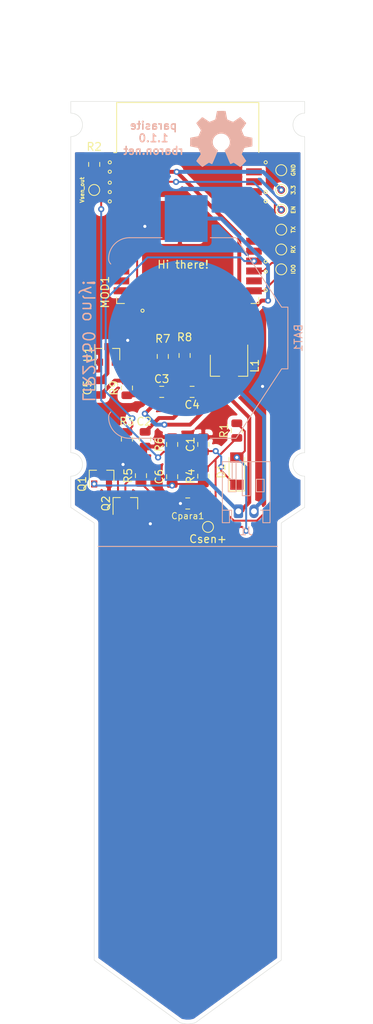
<source format=kicad_pcb>
(kicad_pcb (version 20211014) (generator pcbnew)
  (title_block (title "parasite") (date "2021-02-05") (rev "1.1.0") (company "rbaron.net"))
  (layers (0 "F.Cu" signal) (31 "B.Cu" signal) (34 "B.Paste" user) (35 "F.Paste" user) (36 "B.SilkS" user "B.Silkscreen") (37 "F.SilkS" user "F.Silkscreen") (38 "B.Mask" user) (39 "F.Mask" user) (44 "Edge.Cuts" user))
  (net 0 "")
  (net 1 "GND")
  (net 2 "/Vsen_out")
  (net 3 "+3V3")
  (net 4 "+BATT")
  (net 5 "/Csen+")
  (net 6 "Net-(MOD1-Pad3)")
  (net 7 "Net-(MOD1-Pad6)")
  (net 8 "Net-(MOD1-Pad7)")
  (net 9 "Net-(MOD1-Pad8)")
  (net 10 "Net-(MOD1-Pad9)")
  (net 11 "Net-(MOD1-Pad10)")
  (net 12 "Net-(MOD1-Pad11)")
  (net 13 "Net-(MOD1-Pad12)")
  (net 14 "Net-(MOD1-Pad13)")
  (net 15 "Net-(MOD1-Pad14)")
  (net 16 "Net-(MOD1-Pad16)")
  (net 17 "Net-(MOD1-Pad17)")
  (net 18 "Net-(MOD1-Pad18)")
  (net 19 "Net-(MOD1-Pad19)")
  (net 20 "Net-(MOD1-Pad20)")
  (net 21 "Net-(MOD1-Pad21)")
  (net 22 "Net-(MOD1-Pad22)")
  (net 23 "Net-(MOD1-Pad23)")
  (net 24 "Net-(MOD1-Pad24)")
  (net 25 "Net-(MOD1-Pad25)")
  (net 26 "Net-(MOD1-Pad26)")
  (net 27 "/PWM")
  (net 28 "Net-(MOD1-Pad29)")
  (net 29 "Net-(MOD1-Pad30)")
  (net 30 "Net-(MOD1-Pad31)")
  (net 31 "Net-(MOD1-Pad32)")
  (net 32 "Net-(MOD1-Pad33)")
  (net 33 "/RX")
  (net 34 "/TX")
  (net 35 "Net-(MOD1-Pad36)")
  (net 36 "Net-(MOD1-Pad37)")
  (net 37 "Net-(C6-Pad1)")
  (net 38 "Net-(Q2-Pad3)")
  (net 39 "Net-(Q1-Pad3)")
  (net 40 "/Vbat_mon")
  (net 41 "/Disch")
  (net 42 "Net-(C5-Pad1)")
  (net 43 "Net-(BAT1-PadNeg)")
  (footprint "Resistor_SMD:R_0805_2012Metric" (layer "F.Cu") (at 106 50.0625 -90)
    (fp_text reference "R2" (at -2.2625 0 180) (layer "F.SilkS"))
    (fp_text value "10k")
    (pad "1" smd roundrect locked (at -0.9375 0 270) (size 0.975 1.4) (layers "F.Cu" "F.Paste" "F.Mask") (net 3 "+3V3"))
    (pad "2" smd roundrect locked (at 0.9375 0 270) (size 0.975 1.4) (layers "F.Cu" "F.Paste" "F.Mask") (net 6 "Net-(MOD1-Pad3)"))
  )
  (footprint "TestPoint:TestPoint_Pad_D1.0mm" (layer "F.Cu") (at 130 55.88 90)
    (fp_text reference "TP2" hide)
    (fp_text value "EN" (at 0 1.55 90) (layer "F.SilkS") (effects (font (size 0.5 0.5) (thickness 0.125))))
    (pad "1" smd circle locked (at 0 0 90) (size 1 1) (layers "F.Cu" "F.Mask") (net 6 "Net-(MOD1-Pad3)"))
  )
  (footprint "TestPoint:TestPoint_Pad_D1.0mm" (layer "F.Cu") (at 106 53.34 -90)
    (fp_text reference "TP4" hide)
    (fp_text value "Vsen_out" (at 0 1.55 90) (layer "F.SilkS") (effects (font (size 0.5 0.5) (thickness 0.125))))
    (pad "1" smd circle locked (at 0 0 270) (size 1 1) (layers "F.Cu" "F.Mask") (net 2 "/Vsen_out"))
  )
  (footprint "RF_Module:ESP32-WROOM-32" (layer "F.Cu") (at 118 58)
    (fp_text reference "MOD1" (at -10.61 8.43 90) (layer "F.SilkS"))
    (fp_text value "ESP32-WROOM-32")
    (pad "1" smd rect locked (at -8.5 -8.255) (size 2 0.9) (layers "F.Cu" "F.Paste" "F.Mask") (net 1 "GND"))
    (pad "2" smd rect locked (at -8.5 -6.985) (size 2 0.9) (layers "F.Cu" "F.Paste" "F.Mask") (net 3 "+3V3"))
    (pad "3" smd rect locked (at -8.5 -5.715) (size 2 0.9) (layers "F.Cu" "F.Paste" "F.Mask") (net 6 "Net-(MOD1-Pad3)"))
    (pad "4" smd rect locked (at -8.5 -4.445) (size 2 0.9) (layers "F.Cu" "F.Paste" "F.Mask") (net 2 "/Vsen_out"))
    (pad "5" smd rect locked (at -8.5 -3.175) (size 2 0.9) (layers "F.Cu" "F.Paste" "F.Mask") (net 40 "/Vbat_mon"))
    (pad "6" smd rect locked (at -8.5 -1.905) (size 2 0.9) (layers "F.Cu" "F.Paste" "F.Mask") (net 7 "Net-(MOD1-Pad6)"))
    (pad "7" smd rect locked (at -8.5 -0.635) (size 2 0.9) (layers "F.Cu" "F.Paste" "F.Mask") (net 8 "Net-(MOD1-Pad7)"))
    (pad "8" smd rect locked (at -8.5 0.635) (size 2 0.9) (layers "F.Cu" "F.Paste" "F.Mask") (net 9 "Net-(MOD1-Pad8)"))
    (pad "9" smd rect locked (at -8.5 1.905) (size 2 0.9) (layers "F.Cu" "F.Paste" "F.Mask") (net 10 "Net-(MOD1-Pad9)"))
    (pad "10" smd rect locked (at -8.5 3.175) (size 2 0.9) (layers "F.Cu" "F.Paste" "F.Mask") (net 11 "Net-(MOD1-Pad10)"))
    (pad "11" smd rect locked (at -8.5 4.445) (size 2 0.9) (layers "F.Cu" "F.Paste" "F.Mask") (net 12 "Net-(MOD1-Pad11)"))
    (pad "12" smd rect locked (at -8.5 5.715) (size 2 0.9) (layers "F.Cu" "F.Paste" "F.Mask") (net 13 "Net-(MOD1-Pad12)"))
    (pad "13" smd rect locked (at -8.5 6.985) (size 2 0.9) (layers "F.Cu" "F.Paste" "F.Mask") (net 14 "Net-(MOD1-Pad13)"))
    (pad "14" smd rect locked (at -8.5 8.255) (size 2 0.9) (layers "F.Cu" "F.Paste" "F.Mask") (net 15 "Net-(MOD1-Pad14)"))
    (pad "15" smd rect locked (at -5.715 9.255 90) (size 2 0.9) (layers "F.Cu" "F.Paste" "F.Mask") (net 1 "GND"))
    (pad "16" smd rect locked (at -4.445 9.255 90) (size 2 0.9) (layers "F.Cu" "F.Paste" "F.Mask") (net 16 "Net-(MOD1-Pad16)"))
    (pad "17" smd rect locked (at -3.175 9.255 90) (size 2 0.9) (layers "F.Cu" "F.Paste" "F.Mask") (net 17 "Net-(MOD1-Pad17)"))
    (pad "18" smd rect locked (at -1.905 9.255 90) (size 2 0.9) (layers "F.Cu" "F.Paste" "F.Mask") (net 18 "Net-(MOD1-Pad18)"))
    (pad "19" smd rect locked (at -0.635 9.255 90) (size 2 0.9) (layers "F.Cu" "F.Paste" "F.Mask") (net 19 "Net-(MOD1-Pad19)"))
    (pad "20" smd rect locked (at 0.635 9.255 90) (size 2 0.9) (layers "F.Cu" "F.Paste" "F.Mask") (net 20 "Net-(MOD1-Pad20)"))
    (pad "21" smd rect locked (at 1.905 9.255 90) (size 2 0.9) (layers "F.Cu" "F.Paste" "F.Mask") (net 21 "Net-(MOD1-Pad21)"))
    (pad "22" smd rect locked (at 3.175 9.255 90) (size 2 0.9) (layers "F.Cu" "F.Paste" "F.Mask") (net 22 "Net-(MOD1-Pad22)"))
    (pad "23" smd rect locked (at 4.445 9.255 90) (size 2 0.9) (layers "F.Cu" "F.Paste" "F.Mask") (net 23 "Net-(MOD1-Pad23)"))
    (pad "24" smd rect locked (at 5.715 9.255 90) (size 2 0.9) (layers "F.Cu" "F.Paste" "F.Mask") (net 24 "Net-(MOD1-Pad24)"))
    (pad "25" smd rect locked (at 8.5 8.255) (size 2 0.9) (layers "F.Cu" "F.Paste" "F.Mask") (net 25 "Net-(MOD1-Pad25)"))
    (pad "26" smd rect locked (at 8.5 6.985) (size 2 0.9) (layers "F.Cu" "F.Paste" "F.Mask") (net 26 "Net-(MOD1-Pad26)"))
    (pad "27" smd rect locked (at 8.5 5.715) (size 2 0.9) (layers "F.Cu" "F.Paste" "F.Mask") (net 27 "/PWM"))
    (pad "28" smd rect locked (at 8.5 4.445) (size 2 0.9) (layers "F.Cu" "F.Paste" "F.Mask") (net 41 "/Disch"))
    (pad "29" smd rect locked (at 8.5 3.175) (size 2 0.9) (layers "F.Cu" "F.Paste" "F.Mask") (net 28 "Net-(MOD1-Pad29)"))
    (pad "30" smd rect locked (at 8.5 1.905) (size 2 0.9) (layers "F.Cu" "F.Paste" "F.Mask") (net 29 "Net-(MOD1-Pad30)"))
    (pad "31" smd rect locked (at 8.5 0.635) (size 2 0.9) (layers "F.Cu" "F.Paste" "F.Mask") (net 30 "Net-(MOD1-Pad31)"))
    (pad "32" smd rect locked (at 8.5 -0.635) (size 2 0.9) (layers "F.Cu" "F.Paste" "F.Mask") (net 31 "Net-(MOD1-Pad32)"))
    (pad "33" smd rect locked (at 8.5 -1.905) (size 2 0.9) (layers "F.Cu" "F.Paste" "F.Mask") (net 32 "Net-(MOD1-Pad33)"))
    (pad "34" smd rect locked (at 8.5 -3.175) (size 2 0.9) (layers "F.Cu" "F.Paste" "F.Mask") (net 33 "/RX"))
    (pad "35" smd rect locked (at 8.5 -4.445) (size 2 0.9) (layers "F.Cu" "F.Paste" "F.Mask") (net 34 "/TX"))
    (pad "36" smd rect locked (at 8.5 -5.715) (size 2 0.9) (layers "F.Cu" "F.Paste" "F.Mask") (net 35 "Net-(MOD1-Pad36)"))
    (pad "37" smd rect locked (at 8.5 -6.985) (size 2 0.9) (layers "F.Cu" "F.Paste" "F.Mask") (net 36 "Net-(MOD1-Pad37)"))
    (pad "38" smd rect locked (at 8.5 -8.255) (size 2 0.9) (layers "F.Cu" "F.Paste" "F.Mask") (net 1 "GND"))
    (pad "39" smd rect locked (at -1 -0.755) (size 5 5) (layers "F.Cu" "F.Paste" "F.Mask") (net 1 "GND"))
  )
  (footprint "Package_TO_SOT_SMD:SOT-89-3_Handsoldering" (layer "F.Cu") (at 123.3 75.42 -90)
    (fp_text reference "L1" (at 0.45 -3.3 90) (layer "F.SilkS"))
    (fp_text value "HT7333-A")
    (pad "1" smd rect locked (at -1.98 -1.5 180) (size 1 2.5) (layers "F.Cu" "F.Paste" "F.Mask") (net 1 "GND"))
    (pad "2" smd trapezoid locked (at -0.37 0) (size 1.5 0.75) (rect_delta 0 0.5) (layers "F.Cu" "F.Paste" "F.Mask") (net 4 "+BATT"))
    (pad "2" smd rect locked (at 1.98 0 180) (size 2 4) (layers "F.Cu" "F.Paste" "F.Mask") (net 4 "+BATT"))
    (pad "2" smd rect locked (at -1.98 0 180) (size 1 2.5) (layers "F.Cu" "F.Paste" "F.Mask") (net 4 "+BATT"))
    (pad "3" smd rect locked (at -1.98 1.5 180) (size 1 2.5) (layers "F.Cu" "F.Paste" "F.Mask") (net 3 "+3V3"))
  )
  (footprint "Capacitor_SMD:C_0805_2012Metric" (layer "F.Cu") (at 112.5375 85.2625 -90)
    (fp_text reference "C2" (at -2.2625 0.1375 180) (layer "F.SilkS"))
    (fp_text value "10u")
    (pad "1" smd roundrect locked (at -0.9375 0 270) (size 0.975 1.4) (layers "F.Cu" "F.Paste" "F.Mask") (net 3 "+3V3"))
    (pad "2" smd roundrect locked (at 0.9375 0 270) (size 0.975 1.4) (layers "F.Cu" "F.Paste" "F.Mask") (net 1 "GND"))
  )
  (footprint "Capacitor_SMD:C_0805_2012Metric" (layer "F.Cu") (at 120 85.9375 90)
    (fp_text reference "C1" (at 0 -1.65 90) (layer "F.SilkS"))
    (fp_text value "1n")
    (pad "1" smd roundrect locked (at -0.9375 0 90) (size 0.975 1.4) (layers "F.Cu" "F.Paste" "F.Mask") (net 2 "/Vsen_out"))
    (pad "2" smd roundrect locked (at 0.9375 0 90) (size 0.975 1.4) (layers "F.Cu" "F.Paste" "F.Mask") (net 1 "GND"))
  )
  (footprint "Capacitor_SMD:C_0805_2012Metric" (layer "F.Cu") (at 116 90.0625 90)
    (fp_text reference "C6" (at 0 -1.65 90) (layer "F.SilkS"))
    (fp_text value "100p")
    (pad "1" smd roundrect locked (at -0.9375 0 90) (size 0.975 1.4) (layers "F.Cu" "F.Paste" "F.Mask") (net 37 "Net-(C6-Pad1)"))
    (pad "2" smd roundrect locked (at 0.9375 0 90) (size 0.975 1.4) (layers "F.Cu" "F.Paste" "F.Mask") (net 27 "/PWM"))
  )
  (footprint "TestPoint:TestPoint_Pad_D1.0mm" (layer "F.Cu") (at 120.6 96.5)
    (fp_text reference "TP3" hide)
    (fp_text value "Csen+" (at 0 1.55) (layer "F.SilkS"))
    (pad "1" smd circle locked (at 0 0) (size 1 1) (layers "F.Cu" "F.Mask") (net 5 "/Csen+"))
  )
  (footprint "Resistor_SMD:R_0805_2012Metric" (layer "F.Cu") (at 116 85.9375 90)
    (fp_text reference "R6" (at 0 -1.65 90) (layer "F.SilkS"))
    (fp_text value "1M")
    (pad "1" smd roundrect locked (at -0.9375 0 90) (size 0.975 1.4) (layers "F.Cu" "F.Paste" "F.Mask") (net 2 "/Vsen_out"))
    (pad "2" smd roundrect locked (at 0.9375 0 90) (size 0.975 1.4) (layers "F.Cu" "F.Paste" "F.Mask") (net 1 "GND"))
  )
  (footprint "Resistor_SMD:R_0805_2012Metric" (layer "F.Cu") (at 112 89.9375 90)
    (fp_text reference "R5" (at 0 -1.65 90) (layer "F.SilkS"))
    (fp_text value "1k")
    (pad "1" smd roundrect locked (at -0.9375 0 90) (size 0.975 1.4) (layers "F.Cu" "F.Paste" "F.Mask") (net 5 "/Csen+"))
    (pad "2" smd roundrect locked (at 0.9375 0 90) (size 0.975 1.4) (layers "F.Cu" "F.Paste" "F.Mask") (net 38 "Net-(Q2-Pad3)"))
  )
  (footprint "Resistor_SMD:R_0805_2012Metric" (layer "F.Cu") (at 120 90 90)
    (fp_text reference "R4" (at 0 -1.65 90) (layer "F.SilkS"))
    (fp_text value "10k")
    (pad "1" smd roundrect locked (at -0.9375 0 90) (size 0.975 1.4) (layers "F.Cu" "F.Paste" "F.Mask") (net 37 "Net-(C6-Pad1)"))
    (pad "2" smd roundrect locked (at 0.9375 0 90) (size 0.975 1.4) (layers "F.Cu" "F.Paste" "F.Mask") (net 27 "/PWM"))
  )
  (footprint "TestPoint:TestPoint_Pad_D1.0mm" (layer "F.Cu") (at 130 60.96 90)
    (fp_text reference "TP6" hide)
    (fp_text value "RX" (at 0 1.55 90) (layer "F.SilkS") (effects (font (size 0.5 0.5) (thickness 0.125))))
    (pad "1" smd circle locked (at 0 0 90) (size 1 1) (layers "F.Cu" "F.Mask") (net 33 "/RX"))
  )
  (footprint "TestPoint:TestPoint_Pad_D1.0mm" (layer "F.Cu") (at 130 58.42 90)
    (fp_text reference "TP5" hide)
    (fp_text value "TX" (at 0 1.55 90) (layer "F.SilkS") (effects (font (size 0.5 0.5) (thickness 0.125))))
    (pad "1" smd circle locked (at 0 0 90) (size 1 1) (layers "F.Cu" "F.Mask") (net 34 "/TX"))
  )
  (footprint "TestPoint:TestPoint_Pad_D1.0mm" (layer "F.Cu") (at 130 63.5 90)
    (fp_text reference "TP1" hide)
    (fp_text value "IO0" (at 0 1.55 90) (layer "F.SilkS") (effects (font (size 0.5 0.5) (thickness 0.125))))
    (pad "1" smd circle locked (at 0 0 90) (size 1 1) (layers "F.Cu" "F.Mask") (net 25 "Net-(MOD1-Pad25)"))
  )
  (footprint "Package_TO_SOT_SMD:SOT-23" (layer "F.Cu") (at 106.95 90 90)
    (fp_text reference "Q1" (at -1 -2.5 90) (layer "F.SilkS"))
    (fp_text value "MMBT3904")
    (pad "1" smd rect locked (at -1 -0.95 90) (size 0.9 0.8) (layers "F.Cu" "F.Paste" "F.Mask") (net 37 "Net-(C6-Pad1)"))
    (pad "2" smd rect locked (at -1 0.95 90) (size 0.9 0.8) (layers "F.Cu" "F.Paste" "F.Mask") (net 1 "GND"))
    (pad "3" smd rect locked (at 1 0 90) (size 0.9 0.8) (layers "F.Cu" "F.Paste" "F.Mask") (net 39 "Net-(Q1-Pad3)"))
  )
  (footprint "Package_TO_SOT_SMD:SOT-23" (layer "F.Cu") (at 110 93.5 90)
    (fp_text reference "Q2" (at 0 -2.5 90) (layer "F.SilkS"))
    (fp_text value "MMBT3904")
    (pad "1" smd rect locked (at -1 -0.95 90) (size 0.9 0.8) (layers "F.Cu" "F.Paste" "F.Mask") (net 39 "Net-(Q1-Pad3)"))
    (pad "2" smd rect locked (at -1 0.95 90) (size 0.9 0.8) (layers "F.Cu" "F.Paste" "F.Mask") (net 1 "GND"))
    (pad "3" smd rect locked (at 1 0 90) (size 0.9 0.8) (layers "F.Cu" "F.Paste" "F.Mask") (net 38 "Net-(Q2-Pad3)"))
  )
  (footprint "TestPoint:TestPoint_Pad_D1.0mm" (layer "F.Cu") (at 130 53.34 90)
    (fp_text reference "TP8" hide)
    (fp_text value "3.3" (at 0 1.55 90) (layer "F.SilkS") (effects (font (size 0.5 0.5) (thickness 0.125))))
    (pad "1" smd circle locked (at 0 0 90) (size 1 1) (layers "F.Cu" "F.Mask") (net 3 "+3V3"))
  )
  (footprint "TestPoint:TestPoint_Pad_D1.0mm" (layer "F.Cu") (at 130 50.8 90)
    (fp_text reference "TP9" hide)
    (fp_text value "GND" (at 0 1.55 90) (layer "F.SilkS") (effects (font (size 0.5 0.5) (thickness 0.125))))
    (pad "1" smd circle locked (at 0 0 90) (size 1 1) (layers "F.Cu" "F.Mask") (net 1 "GND"))
  )
  (footprint "Resistor_SMD:R_0805_2012Metric" (layer "F.Cu") (at 110.2 85.2625 -90)
    (fp_text reference "R3" (at -2.2625 0 180) (layer "F.SilkS"))
    (fp_text value "1k")
    (pad "1" smd roundrect locked (at -0.9375 0 270) (size 0.975 1.4) (layers "F.Cu" "F.Paste" "F.Mask") (net 41 "/Disch"))
    (pad "2" smd roundrect locked (at 0.9375 0 270) (size 0.975 1.4) (layers "F.Cu" "F.Paste" "F.Mask") (net 39 "Net-(Q1-Pad3)"))
  )
  (footprint "Capacitor_SMD:C_0805_2012Metric" (layer "F.Cu") (at 106.8 78.6625 90)
    (fp_text reference "C5" (at 0 -1.65 90) (layer "F.SilkS"))
    (fp_text value "0.1u")
    (pad "1" smd roundrect locked (at -0.9375 0 90) (size 0.975 1.4) (layers "F.Cu" "F.Paste" "F.Mask") (net 42 "Net-(C5-Pad1)"))
    (pad "2" smd roundrect locked (at 0.9375 0 90) (size 0.975 1.4) (layers "F.Cu" "F.Paste" "F.Mask") (net 43 "Net-(BAT1-PadNeg)"))
  )
  (footprint "Resistor_SMD:R_0805_2012Metric" (layer "F.Cu") (at 110.2 78.7 90)
    (fp_text reference "R9" (at 0 -1.65 90) (layer "F.SilkS"))
    (fp_text value "1k")
    (pad "1" smd roundrect locked (at -0.9375 0 90) (size 0.975 1.4) (layers "F.Cu" "F.Paste" "F.Mask") (net 4 "+BATT"))
    (pad "2" smd roundrect locked (at 0.9375 0 90) (size 0.975 1.4) (layers "F.Cu" "F.Paste" "F.Mask") (net 42 "Net-(C5-Pad1)"))
  )
  (footprint "Capacitor_SMD:C_0805_2012Metric" (layer "F.Cu") (at 118.5625 79.2 180)
    (fp_text reference "C4" (at 0 -1.65) (layer "F.SilkS"))
    (fp_text value "10u")
    (pad "1" smd roundrect locked (at -0.9375 0 180) (size 0.975 1.4) (layers "F.Cu" "F.Paste" "F.Mask") (net 3 "+3V3"))
    (pad "2" smd roundrect locked (at 0.9375 0 180) (size 0.975 1.4) (layers "F.Cu" "F.Paste" "F.Mask") (net 1 "GND"))
  )
  (footprint "Capacitor_SMD:C_0805_2012Metric" (layer "F.Cu") (at 114.6625 79.2)
    (fp_text reference "C3" (at 0 -1.65) (layer "F.SilkS"))
    (fp_text value "10u")
    (pad "1" smd roundrect locked (at -0.9375 0) (size 0.975 1.4) (layers "F.Cu" "F.Paste" "F.Mask") (net 4 "+BATT"))
    (pad "2" smd roundrect locked (at 0.9375 0) (size 0.975 1.4) (layers "F.Cu" "F.Paste" "F.Mask") (net 1 "GND"))
  )
  (footprint "Resistor_SMD:R_0805_2012Metric" (layer "F.Cu") (at 124.3 84.1625 90)
    (fp_text reference "R1" (at 0 -1.65 90) (layer "F.SilkS"))
    (fp_text value "10k")
    (pad "1" smd roundrect locked (at -0.9375 0 90) (size 0.975 1.4) (layers "F.Cu" "F.Paste" "F.Mask") (net 27 "/PWM"))
    (pad "2" smd roundrect locked (at 0.9375 0 90) (size 0.975 1.4) (layers "F.Cu" "F.Paste" "F.Mask") (net 5 "/Csen+"))
  )
  (footprint "Diode_SMD:D_MiniMELF" (layer "F.Cu") (at 124.3 89.35 90)
    (fp_text reference "D1" (at 0 -2 90) (layer "F.SilkS"))
    (fp_text value "LL4148")
    (pad "1" smd rect locked (at -1.75 0 90) (size 1.3 1.7) (layers "F.Cu" "F.Paste" "F.Mask") (net 2 "/Vsen_out"))
    (pad "2" smd rect locked (at 1.75 0 90) (size 1.3 1.7) (layers "F.Cu" "F.Paste" "F.Mask") (net 5 "/Csen+"))
  )
  (footprint "Resistor_SMD:R_0805_2012Metric" (layer "F.Cu") (at 114.8 74.6625 90)
    (fp_text reference "R7" (at 2.2625 0 180) (layer "F.SilkS"))
    (fp_text value "470k")
    (pad "1" smd roundrect locked (at -0.9375 0 90) (size 0.975 1.4) (layers "F.Cu" "F.Paste" "F.Mask") (net 4 "+BATT"))
    (pad "2" smd roundrect locked (at 0.9375 0 90) (size 0.975 1.4) (layers "F.Cu" "F.Paste" "F.Mask") (net 40 "/Vbat_mon"))
  )
  (footprint "Resistor_SMD:R_0805_2012Metric" (layer "F.Cu") (at 117.6 74.5375 -90)
    (fp_text reference "R8" (at -2.3375 0 180) (layer "F.SilkS"))
    (fp_text value "470k")
    (pad "1" smd roundrect locked (at -0.9375 0 270) (size 0.975 1.4) (layers "F.Cu" "F.Paste" "F.Mask") (net 40 "/Vbat_mon"))
    (pad "2" smd roundrect locked (at 0.9375 0 270) (size 0.975 1.4) (layers "F.Cu" "F.Paste" "F.Mask") (net 1 "GND"))
  )
  (footprint "Package_TO_SOT_SMD:SOT-23" (layer "F.Cu") (at 107.7 74.4 90)
    (fp_text reference "U1" (at 0 -2.5 90) (layer "F.SilkS"))
    (fp_text value "XB3303A")
    (pad "1" smd rect locked (at -1 -0.95 90) (size 0.9 0.8) (layers "F.Cu" "F.Paste" "F.Mask") (net 1 "GND"))
    (pad "2" smd rect locked (at -1 0.95 90) (size 0.9 0.8) (layers "F.Cu" "F.Paste" "F.Mask") (net 42 "Net-(C5-Pad1)"))
    (pad "3" smd rect locked (at 1 0 90) (size 0.9 0.8) (layers "F.Cu" "F.Paste" "F.Mask") (net 43 "Net-(BAT1-PadNeg)"))
  )
  (footprint "Capacitor_SMD:C_0805_2012Metric" (layer "F.Cu") (at 118 93.5)
    (fp_text reference "Cpara1" (at 0 1.6) (layer "F.SilkS") (effects (font (size 0.8 0.8) (thickness 0.12))))
    (fp_text value "5p")
    (pad "1" smd roundrect locked (at -0.9375 0) (size 0.975 1.4) (layers "F.Cu" "F.Paste" "F.Mask") (net 1 "GND"))
    (pad "2" smd roundrect locked (at 0.9375 0) (size 0.975 1.4) (layers "F.Cu" "F.Paste" "F.Mask") (net 5 "/Csen+"))
  )
  (footprint "Connector_JST:JST_PH_S2B-PH-K_1x02_P2.00mm_Horizontal" (layer "B.Cu") (at 124.5 94.5)
    (fp_text reference "J1" (at 1 2.55) (layer "B.SilkS") (effects (justify mirror)))
    (fp_text value "Conn_01x02_Female")
    (pad "1" thru_hole roundrect locked (at 0 0) (size 1.2 1.75) (drill 0.75) (layers *.Cu *.Mask) (roundrect_rratio 0.208333) (net 4 "+BATT"))
    (pad "2" thru_hole oval locked (at 2 0) (size 1.2 1.75) (drill 0.75) (layers *.Cu *.Mask) (net 43 "Net-(BAT1-PadNeg)"))
  )
  (footprint "Battery:BatteryHolder_Keystone_3008_1x2450" (layer "B.Cu") (at 117.8 72.3 90)
    (fp_text reference "BAT1" (at 0 14.4 270) (layer "B.SilkS") (effects (justify mirror)))
    (fp_text value "BS-7")
    (pad "Neg" smd circle locked (at 0 0 90) (size 20.000001 20.000001) (layers "B.Cu" "B.Mask") (net 43 "Net-(BAT1-PadNeg)"))
    (pad "Pos" smd rect locked (at 15.3 0 90) (size 6.000001 5.499999) (layers "B.Cu" "B.Paste" "B.Mask") (net 4 "+BATT"))
    (pad "Pos" smd rect locked (at -15.3 0 90) (size 6.000001 5.499999) (layers "B.Cu" "B.Paste" "B.Mask") (net 4 "+BATT"))
  )
  (footprint "OSHW-logo:OSHW-logo_silkscreen-back_8mm" (layer "B.Cu") (at 122.3 46.8 180)
    (fp_text reference "G***" hide)
    (fp_text value "OSHW-logo_silkscreen-back_8mm" hide)
  )
  (gr_line (start 106.5 99) (end 129.5 99) (layer "B.SilkS") (width 0.12))
  (gr_circle (center 108 54.8) (end 108.2 54.8) (layer "F.SilkS") (width 0.12) (fill none))
  (gr_circle (center 108 49.8) (end 108.2 49.8) (layer "F.SilkS") (width 0.12) (fill none))
  (gr_circle (center 128 62.5) (end 128.2 62.5) (layer "F.SilkS") (width 0.12) (fill none))
  (gr_circle (center 128 49.8) (end 128.2 49.8) (layer "F.SilkS") (width 0.12) (fill none))
  (gr_circle (center 128 66.2) (end 128.2 66.2) (layer "F.SilkS") (width 0.12) (fill none))
  (gr_circle (center 112.2 68.8) (end 112.4 68.8) (layer "F.SilkS") (width 0.12) (fill none))
  (gr_circle (center 108 53.6) (end 108.2 53.6) (layer "F.SilkS") (width 0.12) (fill none))
  (gr_circle (center 108 52.4) (end 108.2 52.4) (layer "F.SilkS") (width 0.12) (fill none))
  (gr_circle (center 108 51) (end 108.2 51) (layer "F.SilkS") (width 0.12) (fill none))
  (gr_circle (center 128 54.8) (end 128.2 54.8) (layer "F.SilkS") (width 0.12) (fill none))
  (gr_line (start 106.5 99) (end 129.5 99) (layer "F.SilkS") (width 0.12))
  (gr_circle (center 128 53.6) (end 128.2 53.6) (layer "F.SilkS") (width 0.12) (fill none))
  (gr_circle (center 128 63.8) (end 128.2 63.8) (layer "F.SilkS") (width 0.12) (fill none))
  (gr_line (start 119 159.999999) (end 130 152) (layer "Edge.Cuts") (width 0.05))
  (gr_line (start 117 160) (end 106 152) (layer "Edge.Cuts") (width 0.05))
  (gr_line (start 133 90) (end 133 94) (layer "Edge.Cuts") (width 0.05))
  (gr_line (start 103 94) (end 103 90) (layer "Edge.Cuts") (width 0.05))
  (gr_line (start 103 87) (end 103 46.5) (layer "Edge.Cuts") (width 0.05))
  (gr_line (start 103 43.5) (end 103 42) (layer "Edge.Cuts") (width 0.05))
  (gr_line (start 133 42) (end 133 43.5) (layer "Edge.Cuts") (width 0.05))
  (gr_line (start 133 46.5) (end 133 87) (layer "Edge.Cuts") (width 0.05))
  (gr_arc (start 133 46.5) (mid 131.5 45) (end 133 43.5) (layer "Edge.Cuts") (width 0.05))
  (gr_line (start 106 96) (end 106 152) (layer "Edge.Cuts") (width 0.05))
  (gr_line (start 103 42) (end 133 42) (layer "Edge.Cuts") (width 0.05))
  (gr_arc (start 103 87) (mid 104.5 88.5) (end 103 90) (layer "Edge.Cuts") (width 0.05))
  (gr_line (start 133 94) (end 130 96) (layer "Edge.Cuts") (width 0.05))
  (gr_arc (start 119 159.999999) (mid 118 160.162277) (end 117.000001 159.999999) (layer "Edge.Cuts") (width 0.05))
  (gr_line (start 103 94) (end 106 96) (layer "Edge.Cuts") (width 0.05))
  (gr_line (start 130 96) (end 130 152) (layer "Edge.Cuts") (width 0.05))
  (gr_arc (start 133 90) (mid 131.5 88.5) (end 133 87) (layer "Edge.Cuts") (width 0.05))
  (gr_arc (start 103 43.5) (mid 104.5 45) (end 103 46.5) (layer "Edge.Cuts") (width 0.05))
  (gr_text "parasite\n1.1.0\nrbaron.net" (at 113.6 46.7) (layer "B.SilkS") (effects (font (size 1 1) (thickness 0.2)) (justify mirror)))
  (gr_text "LIR2450 only!" (at 105.25 72.7 270) (layer "B.SilkS") (effects (font (size 1.5 1.5) (thickness 0.2)) (justify mirror)))
  (gr_text "Hi there!" (at 117.4 62.9) (layer "F.SilkS") (effects (font (size 1 1))))
  (via (at 127.6 78.5) (size 0.8) (drill 0.4) (layers "F.Cu" "B.Cu") (net 1))
  (via (at 117.0625 93.5) (size 0.8) (drill 0.4) (layers "F.Cu" "B.Cu") (net 1))
  (via (at 112.5 58) (size 0.8) (drill 0.4) (layers "F.Cu" "B.Cu") (net 1))
  (via (at 113.2 96.1) (size 0.8) (drill 0.4) (layers "F.Cu" "B.Cu") (net 1))
  (via (at 109.7 88.5) (size 0.8) (drill 0.4) (layers "F.Cu" "B.Cu") (net 1))
  (segment (start 115.8 93.5) (end 113.2 96.1) (width 0.5) (layer "B.Cu") (net 1))
  (segment (start 117.0625 93.5) (end 115.8 93.5) (width 0.5) (layer "B.Cu") (net 1))
  (segment (start 120.087653 86.787347) (end 120 86.875) (width 0.25) (layer "F.Cu") (net 2))
  (segment (start 124.1 91.1) (end 122.3 89.3) (width 0.25) (layer "F.Cu") (net 2))
  (segment (start 106.9 54.24) (end 106 53.34) (width 0.25) (layer "F.Cu") (net 2))
  (segment (start 116 86.875) (end 120 86.875) (width 0.25) (layer "F.Cu") (net 2))
  (segment (start 109.285 53.34) (end 109.5 53.555) (width 0.25) (layer "F.Cu") (net 2))
  (segment (start 114.925 86.875) (end 114.2 87.6) (width 0.25) (layer "F.Cu") (net 2))
  (segment (start 121.587347 86.787347) (end 120.087653 86.787347) (width 0.25) (layer "F.Cu") (net 2))
  (segment (start 122.3 89.3) (end 122.3 88.8) (width 0.25) (layer "F.Cu") (net 2))
  (segment (start 106.9 55.8) (end 106.9 54.24) (width 0.25) (layer "F.Cu") (net 2))
  (segment (start 124.3 91.1) (end 124.1 91.1) (width 0.25) (layer "F.Cu") (net 2))
  (segment (start 116 86.875) (end 114.925 86.875) (width 0.25) (layer "F.Cu") (net 2))
  (segment (start 106 53.34) (end 109.285 53.34) (width 0.25) (layer "F.Cu") (net 2))
  (via (at 106.9 55.8) (size 0.8) (drill 0.4) (layers "F.Cu" "B.Cu") (net 2))
  (via (at 121.587347 86.787347) (size 0.8) (drill 0.4) (layers "F.Cu" "B.Cu") (net 2))
  (via (at 122.3 88.8) (size 0.8) (drill 0.4) (layers "F.Cu" "B.Cu") (net 2))
  (via (at 114.2 87.6) (size 0.8) (drill 0.4) (layers "F.Cu" "B.Cu") (net 2))
  (segment (start 114.2 87.6) (end 106.9 80.3) (width 0.25) (layer "B.Cu") (net 2))
  (segment (start 122.3 87.5) (end 121.587347 86.787347) (width 0.25) (layer "B.Cu") (net 2))
  (segment (start 122.3 88.8) (end 122.3 87.5) (width 0.25) (layer "B.Cu") (net 2))
  (segment (start 106.9 80.3) (end 106.9 55.8) (width 0.25) (layer "B.Cu") (net 2))
  (segment (start 106 49.125) (end 107.89 51.015) (width 0.25) (layer "F.Cu") (net 3))
  (segment (start 124.615001 68.874999) (end 121.8 71.69) (width 0.5) (layer "F.Cu") (net 3))
  (segment (start 113.093737 83.768763) (end 112.5375 84.325) (width 0.5) (layer "F.Cu") (net 3))
  (segment (start 112.5375 84.2875) (end 112.5375 84.325) (width 0.5) (layer "F.Cu") (net 3))
  (segment (start 114.312501 82.549999) (end 113.093737 83.768763) (width 0.5) (layer "F.Cu") (net 3))
  (segment (start 119.5 79.2) (end 119.5 77.1) (width 0.5) (layer "F.Cu") (net 3))
  (segment (start 121.8 74.19) (end 121.8 73.44) (width 0.5) (layer "F.Cu") (net 3))
  (segment (start 119.8 77.025) (end 119.8 76.8) (width 0.5) (layer "F.Cu") (net 3))
  (segment (start 109.5 51.015) (end 116.580002 51.015) (width 0.5) (layer "F.Cu") (net 3))
  (segment (start 119.8 76.19) (end 121.8 74.19) (width 0.5) (layer "F.Cu") (net 3))
  (segment (start 124.615001 59.049999) (end 124.615001 68.874999) (width 0.5) (layer "F.Cu") (net 3))
  (segment (start 116.580002 51.015) (end 124.615001 59.049999) (width 0.5) (layer "F.Cu") (net 3))
  (segment (start 121.8 71.69) (end 121.8 73.44) (width 0.5) (layer "F.Cu") (net 3))
  (segment (start 107.89 51.015) (end 109.5 51.015) (width 0.25) (layer "F.Cu") (net 3))
  (segment (start 119.5 79.2) (end 116.150001 82.549999) (width 0.5) (layer "F.Cu") (net 3))
  (segment (start 116.150001 82.549999) (end 114.312501 82.549999) (width 0.5) (layer "F.Cu") (net 3))
  (segment (start 119.8 76.8) (end 119.8 76.19) (width 0.5) (layer "F.Cu") (net 3))
  (segment (start 119.5 77.1) (end 119.8 76.8) (width 0.5) (layer "F.Cu") (net 3))
  (via (at 116.580002 51.015) (size 0.8) (drill 0.4) (layers "F.Cu" "B.Cu") (net 3))
  (via (at 130 53.34) (size 0.8) (drill 0.4) (layers "F.Cu" "B.Cu") (net 3))
  (segment (start 127.675 51.015) (end 130 53.34) (width 0.5) (layer "B.Cu") (net 3))
  (segment (start 116.580002 51.015) (end 127.675 51.015) (width 0.5) (layer "B.Cu") (net 3))
  (segment (start 125.050001 94.356001) (end 124.703001 94.703001) (width 0.5) (layer "F.Cu") (net 4))
  (segment (start 113.8 80.7) (end 113.725 80.625) (width 0.5) (layer "F.Cu") (net 4))
  (segment (start 113.725 76.675) (end 114.8 75.6) (width 0.5) (layer "F.Cu") (net 4))
  (segment (start 125.90002 82.50002) (end 125.90002 93.340042) (width 0.5) (layer "F.Cu") (net 4))
  (segment (start 123.3 73.44) (end 123.3 71.69) (width 0.5) (layer "F.Cu") (net 4))
  (segment (start 125.050001 94.190061) (end 125.050001 94.356001) (width 0.5) (layer "F.Cu") (net 4))
  (segment (start 115 83.4) (end 118.3 83.4) (width 0.5) (layer "F.Cu") (net 4))
  (segment (start 113.2875 79.6375) (end 113.725 79.2) (width 0.5) (layer "F.Cu") (net 4))
  (segment (start 123.3 71.69) (end 127.49 67.5) (width 0.5) (layer "F.Cu") (net 4))
  (segment (start 123.3 79.9) (end 125.90002 82.50002) (width 0.5) (layer "F.Cu") (net 4))
  (segment (start 123.3 78.4) (end 123.3 77.4) (width 0.5) (layer "F.Cu") (net 4))
  (segment (start 123.3 77.4) (end 123.3 79.9) (width 0.5) (layer "F.Cu") (net 4))
  (segment (start 110.2 79.6375) (end 113.2875 79.6375) (width 0.5) (layer "F.Cu") (net 4))
  (segment (start 110.6375 79.2) (end 110.2 79.6375) (width 0.25) (layer "F.Cu") (net 4))
  (segment (start 123.3 73.44) (end 123.3 76.90435) (width 0.25) (layer "F.Cu") (net 4))
  (segment (start 118.3 83.4) (end 123.3 78.4) (width 0.5) (layer "F.Cu") (net 4))
  (segment (start 113.725 79.2) (end 113.725 76.675) (width 0.5) (layer "F.Cu") (net 4))
  (segment (start 127.49 67.5) (end 128.3 67.5) (width 0.5) (layer "F.Cu") (net 4))
  (segment (start 125.90002 93.340042) (end 125.050001 94.190061) (width 0.5) (layer "F.Cu") (net 4))
  (segment (start 112.5 82) (end 113.8 80.7) (width 0.5) (layer "F.Cu") (net 4))
  (segment (start 113.725 80.625) (end 113.725 79.2) (width 0.5) (layer "F.Cu") (net 4))
  (via (at 112.5 82) (size 0.8) (drill 0.4) (layers "F.Cu" "B.Cu") (net 4))
  (via (at 128.3 67.5) (size 0.8) (drill 0.4) (layers "F.Cu" "B.Cu") (net 4))
  (via (at 115 83.4) (size 0.8) (drill 0.4) (layers "F.Cu" "B.Cu") (net 4))
  (segment (start 124.5 94.5) (end 117.8 87.8) (width 0.5) (layer "B.Cu") (net 4))
  (segment (start 122.313002 57) (end 121.049999 57) (width 0.5) (layer "B.Cu") (net 4))
  (segment (start 121.049999 57) (end 117.8 57) (width 0.5) (layer "B.Cu") (net 4))
  (segment (start 113.9 83.4) (end 112.5 82) (width 0.5) (layer "B.Cu") (net 4))
  (segment (start 115 83.4) (end 113.9 83.4) (width 0.5) (layer "B.Cu") (net 4))
  (segment (start 117.8 87.8) (end 117.8 87.6) (width 0.5) (layer "B.Cu") (net 4))
  (segment (start 128.3 67.5) (end 128.3 62.986998) (width 0.5) (layer "B.Cu") (net 4))
  (segment (start 128.3 62.986998) (end 122.313002 57) (width 0.5) (layer "B.Cu") (net 4))
  (segment (start 117.8 102.4) (end 117.8 150.9) (width 10) (layer "F.Cu") (net 5))
  (segment (start 120.6 95.1625) (end 118.9375 93.5) (width 0.25) (layer "F.Cu") (net 5))
  (segment (start 120.6 96.5) (end 125 96.5) (width 0.25) (layer "F.Cu") (net 5))
  (segment (start 117.54184 94.52501) (end 115.65001 94.52501) (width 0.25) (layer "F.Cu") (net 5))
  (segment (start 112.556237 91.431237) (end 112 90.875) (width 0.25) (layer "F.Cu") (net 5))
  (segment (start 118.35 93.5) (end 117.87501 93.97499) (width 0.25) (layer "F.Cu") (net 5))
  (segment (start 117.87501 93.97499) (end 117.87501 94.19184) (width 0.25) (layer "F.Cu") (net 5))
  (segment (start 118.9375 93.5) (end 118.35 93.5) (width 0.25) (layer "F.Cu") (net 5))
  (segment (start 125 96.5) (end 125.5 97) (width 0.25) (layer "F.Cu") (net 5))
  (segment (start 118.9375 93.5) (end 118.9375 101.2625) (width 0.25) (layer "F.Cu") (net 5))
  (segment (start 124.856237 83.781237) (end 124.3 83.225) (width 0.25) (layer "F.Cu") (net 5))
  (segment (start 125.32501 86.77499) (end 125.32501 84.25001) (width 0.25) (layer "F.Cu") (net 5))
  (segment (start 124.3 87.6) (end 124.5 87.6) (width 0.25) (layer "F.Cu") (net 5))
  (segment (start 115.65001 94.52501) (end 112.556237 91.431237) (width 0.25) (layer "F.Cu") (net 5))
  (segment (start 118.9375 101.2625) (end 117.8 102.4) (width 0.25) (layer "F.Cu") (net 5))
  (segment (start 124.5 87.6) (end 125.32501 86.77499) (width 0.25) (layer "F.Cu") (net 5))
  (segment (start 117.87501 94.19184) (end 117.54184 94.52501) (width 0.25) (layer "F.Cu") (net 5))
  (segment (start 120.6 96.5) (end 120.6 95.1625) (width 0.25) (layer "F.Cu") (net 5))
  (segment (start 125.32501 84.25001) (end 124.856237 83.781237) (width 0.25) (layer "F.Cu") (net 5))
  (via (at 125.5 97) (size 0.8) (drill 0.4) (layers "F.Cu" "B.Cu") (net 5))
  (via (at 124.3 87.6) (size 0.8) (drill 0.4) (layers "F.Cu" "B.Cu") (net 5))
  (segment (start 125.5 88.8) (end 124.3 87.6) (width 0.25) (layer "B.Cu") (net 5))
  (segment (start 125.5 97) (end 125.5 88.8) (width 0.25) (layer "B.Cu") (net 5))
  (segment (start 107.285 52.285) (end 109.5 52.285) (width 0.25) (layer "F.Cu") (net 6))
  (segment (start 116.485 52.285) (end 116.5 52.3) (width 0.25) (layer "F.Cu") (net 6))
  (segment (start 106 51) (end 107.285 52.285) (width 0.25) (layer "F.Cu") (net 6))
  (segment (start 109.5 52.285) (end 116.485 52.285) (width 0.25) (layer "F.Cu") (net 6))
  (via (at 116.5 52.3) (size 0.8) (drill 0.4) (layers "F.Cu" "B.Cu") (net 6))
  (via (at 130 55.88) (size 0.8) (drill 0.4) (layers "F.Cu" "B.Cu") (net 6))
  (segment (start 127.794999 53.674999) (end 130 55.88) (width 0.25) (layer "B.Cu") (net 6))
  (segment (start 116.5 52.3) (end 126.42 52.3) (width 0.25) (layer "B.Cu") (net 6))
  (segment (start 126.42 52.3) (end 127.794999 53.674999) (width 0.25) (layer "B.Cu") (net 6))
  (segment (start 127.75 66.255) (end 130 64.005) (width 0.25) (layer "F.Cu") (net 25))
  (segment (start 130 64.005) (end 130 63.5) (width 0.25) (layer "F.Cu") (net 25))
  (segment (start 126.5 66.255) (end 127.75 66.255) (width 0.25) (layer "F.Cu") (net 25))
  (segment (start 126.883151 95.70001) (end 126.991581 95.591581) (width 0.25) (layer "F.Cu") (net 27))
  (segment (start 121.574999 87.825001) (end 121.574999 93.363189) (width 0.25) (layer "F.Cu") (net 27))
  (segment (start 124.3 85.1) (end 120.3375 89.0625) (width 0.25) (layer "F.Cu") (net 27))
  (segment (start 116 89.125) (end 119.9375 89.125) (width 0.25) (layer "F.Cu") (net 27))
  (segment (start 119.9375 89.125) (end 120 89.0625) (width 0.25) (layer "F.Cu") (net 27))
  (segment (start 130.396001 62.674999) (end 128.790001 62.674999) (width 0.25) (layer "F.Cu") (net 27))
  (segment (start 123.91182 95.70001) (end 126.883151 95.70001) (width 0.25) (layer "F.Cu") (net 27))
  (segment (start 130.825001 63.103999) (end 130.825001 66.974999) (width 0.25) (layer "F.Cu") (net 27))
  (segment (start 124.3 85.1) (end 121.574999 87.825001) (width 0.25) (layer "F.Cu") (net 27))
  (segment (start 121.574999 93.363189) (end 123.91182 95.70001) (width 0.25) (layer "F.Cu") (net 27))
  (segment (start 128.790001 62.674999) (end 127.75 63.715) (width 0.25) (layer "F.Cu") (net 27))
  (segment (start 127.75 63.715) (end 126.5 63.715) (width 0.25) (layer "F.Cu") (net 27))
  (segment (start 130.825001 66.974999) (end 128.7 69.1) (width 0.25) (layer "F.Cu") (net 27))
  (segment (start 120.3375 89.0625) (end 120 89.0625) (width 0.25) (layer "F.Cu") (net 27))
  (segment (start 128.7 93.883162) (end 126.991581 95.591581) (width 0.25) (layer "F.Cu") (net 27))
  (segment (start 128.7 69.1) (end 128.7 93.883162) (width 0.25) (layer "F.Cu") (net 27))
  (segment (start 130.825001 63.103999) (end 130.396001 62.674999) (width 0.25) (layer "F.Cu") (net 27))
  (segment (start 126.5 54.825) (end 127.75 54.825) (width 0.25) (layer "F.Cu") (net 33))
  (segment (start 129.500001 60.460001) (end 130 60.96) (width 0.25) (layer "F.Cu") (net 33))
  (segment (start 127.75 54.825) (end 128.724989 55.799989) (width 0.25) (layer "F.Cu") (net 33))
  (segment (start 128.724989 55.799989) (end 128.724989 59.684989) (width 0.25) (layer "F.Cu") (net 33))
  (segment (start 128.724989 59.684989) (end 129.500001 60.460001) (width 0.25) (layer "F.Cu") (net 33))
  (segment (start 126.5 53.555) (end 127.75 53.555) (width 0.25) (layer "F.Cu") (net 34))
  (segment (start 129.174999 54.979999) (end 129.174999 57.594999) (width 0.25) (layer "F.Cu") (net 34))
  (segment (start 129.174999 57.594999) (end 129.500001 57.920001) (width 0.25) (layer "F.Cu") (net 34))
  (segment (start 127.75 53.555) (end 129.174999 54.979999) (width 0.25) (layer "F.Cu") (net 34))
  (segment (start 129.500001 57.920001) (end 130 58.42) (width 0.25) (layer "F.Cu") (net 34))
  (segment (start 116 91) (end 119.9375 91) (width 0.25) (layer "F.Cu") (net 37))
  (segment (start 116 91) (end 116 91.200003) (width 0.25) (layer "F.Cu") (net 37))
  (segment (start 119.9375 91) (end 120 90.9375) (width 0.25) (layer "F.Cu") (net 37))
  (via (at 116 91.200003) (size 0.8) (drill 0.4) (layers "F.Cu" "B.Cu") (net 37))
  (via (at 106 91) (size 0.8) (drill 0.4) (layers "F.Cu" "B.Cu") (net 37))
  (segment (start 116 91.200003) (end 106.200003 91.200003) (width 0.25) (layer "B.Cu") (net 37))
  (segment (start 106.200003 91.200003) (end 106 91) (width 0.25) (layer "B.Cu") (net 37))
  (segment (start 110 92.5) (end 110 91) (width 0.25) (layer "F.Cu") (net 38))
  (segment (start 110 91) (end 112 89) (width 0.25) (layer "F.Cu") (net 38))
  (segment (start 106.95 88.95) (end 109.7 86.2) (width 0.25) (layer "F.Cu") (net 39))
  (segment (start 106.95 89) (end 107.6 89) (width 0.25) (layer "F.Cu") (net 39))
  (segment (start 109.05 90.45) (end 109.05 93.8) (width 0.25) (layer "F.Cu") (net 39))
  (segment (start 106.95 89) (end 106.95 88.95) (width 0.25) (layer "F.Cu") (net 39))
  (segment (start 107.6 89) (end 109.05 90.45) (width 0.25) (layer "F.Cu") (net 39))
  (segment (start 109.05 93.8) (end 109.05 94.5) (width 0.25) (layer "F.Cu") (net 39))
  (segment (start 109.7 86.2) (end 110.2 86.2) (width 0.25) (layer "F.Cu") (net 39))
  (segment (start 110.265002 54.825) (end 111.509999 56.069997) (width 0.25) (layer "F.Cu") (net 40))
  (segment (start 117.475 73.725) (end 117.6 73.6) (width 0.25) (layer "F.Cu") (net 40))
  (segment (start 114.243763 73.168763) (end 114.8 73.725) (width 0.25) (layer "F.Cu") (net 40))
  (segment (start 111.509999 70.434999) (end 114.243763 73.168763) (width 0.25) (layer "F.Cu") (net 40))
  (segment (start 114.8 73.725) (end 117.475 73.725) (width 0.25) (layer "F.Cu") (net 40))
  (segment (start 109.5 54.825) (end 110.265002 54.825) (width 0.25) (layer "F.Cu") (net 40))
  (segment (start 111.509999 56.069997) (end 111.509999 70.434999) (width 0.25) (layer "F.Cu") (net 40))
  (segment (start 110.9 82.6) (end 110.9 83.165685) (width 0.25) (layer "F.Cu") (net 41))
  (segment (start 110.9 83.625) (end 110.2 84.325) (width 0.25) (layer "F.Cu") (net 41))
  (segment (start 110.9 83.2) (end 110.9 83.5) (width 0.25) (layer "F.Cu") (net 41))
  (segment (start 110.9 83.165685) (end 110.9 83.5) (width 0.25) (layer "F.Cu") (net 41))
  (segment (start 110.9 83.5) (end 110.9 83.625) (width 0.25) (layer "F.Cu") (net 41))
  (via (at 110.9 82.6) (size 0.8) (drill 0.4) (layers "F.Cu" "B.Cu") (net 41))
  (via (at 126.5 62.445) (size 0.8) (drill 0.4) (layers "F.Cu" "B.Cu") (net 41))
  (segment (start 107.474999 79.174999) (end 110.9 82.6) (width 0.25) (layer "B.Cu") (net 41))
  (segment (start 124.779999 61.974999) (end 112.843999 61.974999) (width 0.25) (layer "B.Cu") (net 41))
  (segment (start 126.5 62.445) (end 125.25 62.445) (width 0.25) (layer "B.Cu") (net 41))
  (segment (start 125.25 62.445) (end 124.779999 61.974999) (width 0.25) (layer "B.Cu") (net 41))
  (segment (start 107.474999 67.343999) (end 107.474999 79.174999) (width 0.25) (layer "B.Cu") (net 41))
  (segment (start 107.9 66.918998) (end 107.474999 67.343999) (width 0.25) (layer "B.Cu") (net 41))
  (segment (start 112.843999 61.974999) (end 107.9 66.918998) (width 0.25) (layer "B.Cu") (net 41))
  (segment (start 110.2 76.95) (end 108.65 75.4) (width 0.5) (layer "F.Cu") (net 42))
  (segment (start 110.2 77.7625) (end 108.6375 77.7625) (width 0.5) (layer "F.Cu") (net 42))
  (segment (start 110.2 77.7625) (end 110.2 76.95) (width 0.5) (layer "F.Cu") (net 42))
  (segment (start 108.6375 77.7625) (end 106.8 79.6) (width 0.5) (layer "F.Cu") (net 42))
  (segment (start 110.3 72.6) (end 110.3 72.6) (width 0.5) (layer "F.Cu") (net 43))
  (segment (start 109.5 73.4) (end 110.3 72.6) (width 0.5) (layer "F.Cu") (net 43))
  (segment (start 106.8 77.725) (end 107.7 76.825) (width 0.5) (layer "F.Cu") (net 43))
  (segment (start 107.7 73.4) (end 109.5 73.4) (width 0.5) (layer "F.Cu") (net 43))
  (segment (start 107.7 76.825) (end 107.7 73.4) (width 0.5) (layer "F.Cu") (net 43))
  (via (at 110.3 72.6) (size 0.8) (drill 0.4) (layers "F.Cu" "B.Cu") (net 43))
  (segment (start 126.5 94.225) (end 127.799999 92.925001) (width 0.5) (layer "B.Cu") (net 43))
  (segment (start 126.5 94.5) (end 126.5 94.225) (width 0.5) (layer "B.Cu") (net 43))
  (segment (start 117.8 72.3) (end 117.5 72.6) (width 0.5) (layer "B.Cu") (net 43))
  (segment (start 127.799999 82.299999) (end 117.8 72.3) (width 0.5) (layer "B.Cu") (net 43))
  (segment (start 127.799999 92.925001) (end 127.799999 82.299999) (width 0.5) (layer "B.Cu") (net 43))
  (zone (net 1) (net_name "GND") (layer "F.Cu") (connect_pads (clearance 0.508)) (min_thickness 0.254) (fill yes (thermal_gap 0.508) (thermal_bridge_width 0.508))
    (polygon (pts (xy 103 48.5) (xy 133 48.5) (xy 133 160) (xy 103 160)))
  )
  (zone (net 1) (net_name "GND") (layer "B.Cu") (connect_pads (clearance 0.508)) (min_thickness 0.254) (fill yes (thermal_gap 0.508) (thermal_bridge_width 0.508))
    (polygon (pts (xy 103 48.5) (xy 133 48.5) (xy 133 160) (xy 103 160)))
  )
)
</source>
